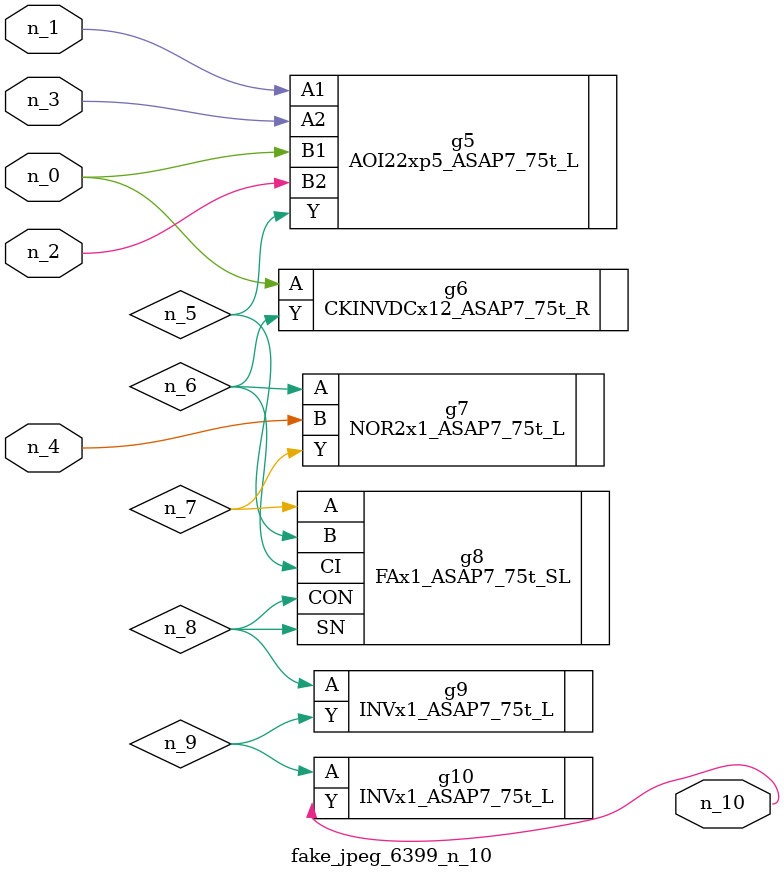
<source format=v>
module fake_jpeg_6399_n_10 (n_3, n_2, n_1, n_0, n_4, n_10);

input n_3;
input n_2;
input n_1;
input n_0;
input n_4;

output n_10;

wire n_8;
wire n_9;
wire n_6;
wire n_5;
wire n_7;

AOI22xp5_ASAP7_75t_L g5 ( 
.A1(n_1),
.A2(n_3),
.B1(n_0),
.B2(n_2),
.Y(n_5)
);

CKINVDCx12_ASAP7_75t_R g6 ( 
.A(n_0),
.Y(n_6)
);

NOR2x1_ASAP7_75t_L g7 ( 
.A(n_6),
.B(n_4),
.Y(n_7)
);

FAx1_ASAP7_75t_SL g8 ( 
.A(n_7),
.B(n_5),
.CI(n_6),
.CON(n_8),
.SN(n_8)
);

INVx1_ASAP7_75t_L g9 ( 
.A(n_8),
.Y(n_9)
);

INVx1_ASAP7_75t_L g10 ( 
.A(n_9),
.Y(n_10)
);


endmodule
</source>
